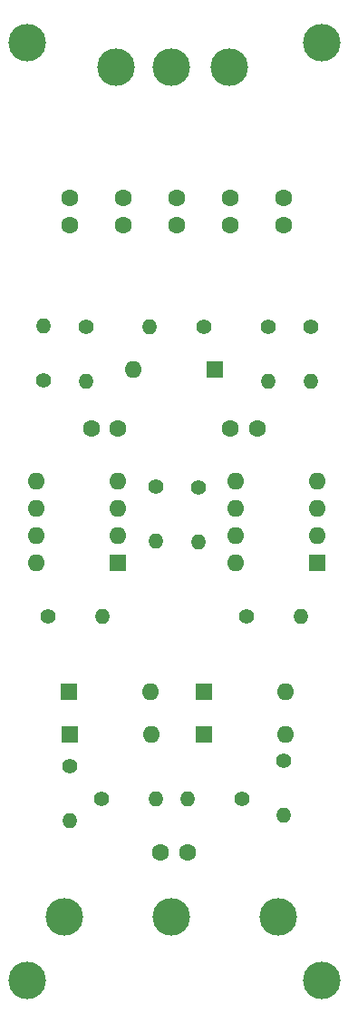
<source format=gbr>
%TF.GenerationSoftware,KiCad,Pcbnew,5.1.10*%
%TF.CreationDate,2021-07-01T18:41:02+02:00*%
%TF.ProjectId,double-gain,646f7562-6c65-42d6-9761-696e2e6b6963,rev?*%
%TF.SameCoordinates,Original*%
%TF.FileFunction,Soldermask,Top*%
%TF.FilePolarity,Negative*%
%FSLAX46Y46*%
G04 Gerber Fmt 4.6, Leading zero omitted, Abs format (unit mm)*
G04 Created by KiCad (PCBNEW 5.1.10) date 2021-07-01 18:41:02*
%MOMM*%
%LPD*%
G01*
G04 APERTURE LIST*
%ADD10C,3.500000*%
%ADD11O,1.600000X1.600000*%
%ADD12R,1.600000X1.600000*%
%ADD13C,1.600000*%
%ADD14O,1.400000X1.400000*%
%ADD15C,1.400000*%
G04 APERTURE END LIST*
D10*
%TO.C,J1*%
X46000000Y-119000000D03*
%TD*%
%TO.C,J11*%
X56000000Y-119000000D03*
%TD*%
%TO.C,J10*%
X66000000Y-119000000D03*
%TD*%
D11*
%TO.C,U2*%
X62000000Y-86000000D03*
X69620000Y-78380000D03*
X62000000Y-83460000D03*
X69620000Y-80920000D03*
X62000000Y-80920000D03*
X69620000Y-83460000D03*
X62000000Y-78380000D03*
D12*
X69620000Y-86000000D03*
%TD*%
D13*
%TO.C,C1*%
X61500000Y-52000000D03*
X61500000Y-54500000D03*
%TD*%
%TO.C,C2*%
X56500000Y-54500000D03*
X56500000Y-52000000D03*
%TD*%
%TO.C,C3*%
X51500000Y-52000000D03*
X51500000Y-54500000D03*
%TD*%
%TO.C,C4*%
X46500000Y-54500000D03*
X46500000Y-52000000D03*
%TD*%
%TO.C,C6*%
X51000000Y-73500000D03*
X48500000Y-73500000D03*
%TD*%
%TO.C,C5*%
X66500000Y-52000000D03*
X66500000Y-54500000D03*
%TD*%
%TO.C,C7*%
X57500000Y-113000000D03*
X55000000Y-113000000D03*
%TD*%
D11*
%TO.C,D1*%
X52380000Y-68000000D03*
D12*
X60000000Y-68000000D03*
%TD*%
%TO.C,D2*%
X46380000Y-98000000D03*
D11*
X54000000Y-98000000D03*
%TD*%
D12*
%TO.C,D3*%
X59000000Y-98000000D03*
D11*
X66620000Y-98000000D03*
%TD*%
D10*
%TO.C,J6*%
X42500000Y-125000000D03*
%TD*%
%TO.C,J7*%
X70000000Y-37500000D03*
%TD*%
%TO.C,J8*%
X42500000Y-37500000D03*
%TD*%
%TO.C,J9*%
X70000000Y-125000000D03*
%TD*%
D14*
%TO.C,R1*%
X65000000Y-69080000D03*
D15*
X65000000Y-64000000D03*
%TD*%
D14*
%TO.C,R2*%
X54500000Y-84000000D03*
D15*
X54500000Y-78920000D03*
%TD*%
%TO.C,R3*%
X44000000Y-69000000D03*
D14*
X44000000Y-63920000D03*
%TD*%
%TO.C,R4*%
X53920000Y-64000000D03*
D15*
X59000000Y-64000000D03*
%TD*%
%TO.C,R5*%
X48000000Y-64000000D03*
D14*
X48000000Y-69080000D03*
%TD*%
%TO.C,R6*%
X54500000Y-108000000D03*
D15*
X49420000Y-108000000D03*
%TD*%
D14*
%TO.C,R7*%
X46500000Y-110080000D03*
D15*
X46500000Y-105000000D03*
%TD*%
%TO.C,R8*%
X69000000Y-64000000D03*
D14*
X69000000Y-69080000D03*
%TD*%
D15*
%TO.C,R9*%
X44420000Y-91000000D03*
D14*
X49500000Y-91000000D03*
%TD*%
D15*
%TO.C,R10*%
X62580000Y-108000000D03*
D14*
X57500000Y-108000000D03*
%TD*%
D12*
%TO.C,U1*%
X51000000Y-86000000D03*
D11*
X43380000Y-78380000D03*
X51000000Y-83460000D03*
X43380000Y-80920000D03*
X51000000Y-80920000D03*
X43380000Y-83460000D03*
X51000000Y-78380000D03*
X43380000Y-86000000D03*
%TD*%
D13*
%TO.C,C8*%
X61500000Y-73500000D03*
X64000000Y-73500000D03*
%TD*%
D11*
%TO.C,D4*%
X54120000Y-102000000D03*
D12*
X46500000Y-102000000D03*
%TD*%
%TO.C,D5*%
X59000000Y-102000000D03*
D11*
X66620000Y-102000000D03*
%TD*%
D15*
%TO.C,R11*%
X66500000Y-104500000D03*
D14*
X66500000Y-109580000D03*
%TD*%
D15*
%TO.C,R12*%
X63000000Y-91000000D03*
D14*
X68080000Y-91000000D03*
%TD*%
%TO.C,R13*%
X58500000Y-84080000D03*
D15*
X58500000Y-79000000D03*
%TD*%
D10*
%TO.C,J2*%
X56000000Y-39800000D03*
%TD*%
%TO.C,J3*%
X50800000Y-39800000D03*
%TD*%
%TO.C,J4*%
X61400000Y-39800000D03*
%TD*%
M02*

</source>
